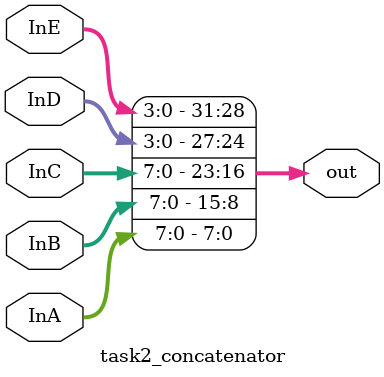
<source format=v>
module task2_concatenator(InA, InB, InC, InD, InE, out);
  input [7:0] InA, InB, InC;
  input [3:0] InD, InE;
  output [31:0] out;
  
  assign out = {InE, InD, InC, InB, InA};
  
endmodule

</source>
